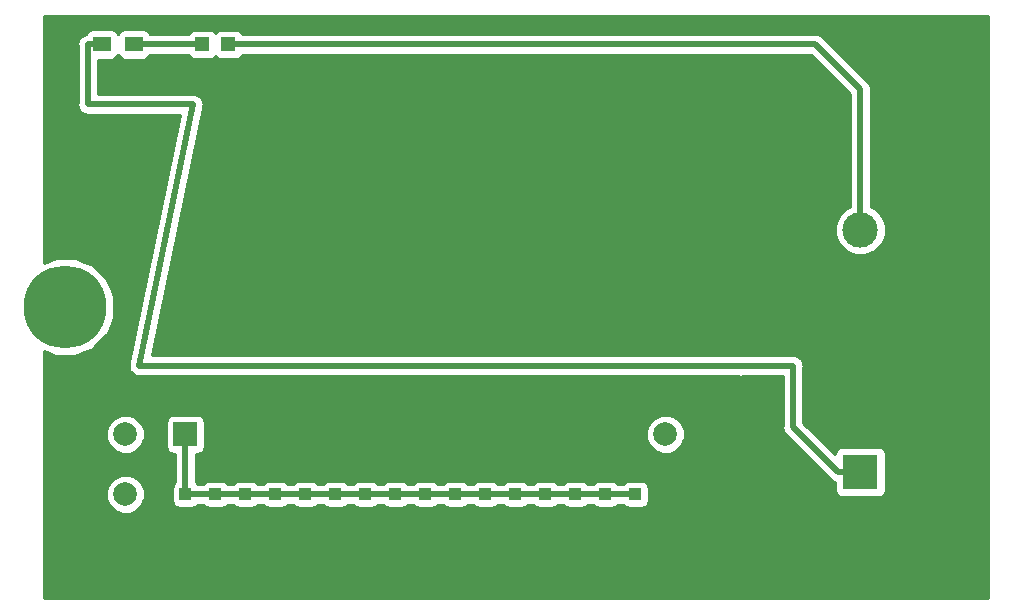
<source format=gtl>
G04 #@! TF.GenerationSoftware,KiCad,Pcbnew,(5.0.2)-1*
G04 #@! TF.CreationDate,2025-08-06T21:22:42+02:00*
G04 #@! TF.ProjectId,bsides_badge,62736964-6573-45f6-9261-6467652e6b69,v2*
G04 #@! TF.SameCoordinates,Original*
G04 #@! TF.FileFunction,Copper,L1,Top*
G04 #@! TF.FilePolarity,Positive*
%FSLAX46Y46*%
G04 Gerber Fmt 4.6, Leading zero omitted, Abs format (unit mm)*
G04 Created by KiCad (PCBNEW (5.0.2)-1) date 6. 08. 2025 21:22:42*
%MOMM*%
%LPD*%
G01*
G04 APERTURE LIST*
G04 #@! TA.AperFunction,SMDPad,CuDef*
%ADD10R,1.000000X1.000000*%
G04 #@! TD*
G04 #@! TA.AperFunction,SMDPad,CuDef*
%ADD11R,1.200000X1.200000*%
G04 #@! TD*
G04 #@! TA.AperFunction,SMDPad,CuDef*
%ADD12R,1.500000X1.300000*%
G04 #@! TD*
G04 #@! TA.AperFunction,ComponentPad*
%ADD13C,3.000000*%
G04 #@! TD*
G04 #@! TA.AperFunction,ComponentPad*
%ADD14R,3.000000X3.000000*%
G04 #@! TD*
G04 #@! TA.AperFunction,ComponentPad*
%ADD15C,7.000000*%
G04 #@! TD*
G04 #@! TA.AperFunction,SMDPad,CuDef*
%ADD16R,2.000000X2.000000*%
G04 #@! TD*
G04 #@! TA.AperFunction,WasherPad*
%ADD17C,2.000000*%
G04 #@! TD*
G04 #@! TA.AperFunction,Conductor*
%ADD18C,0.500000*%
G04 #@! TD*
G04 #@! TA.AperFunction,NonConductor*
%ADD19C,0.254000*%
G04 #@! TD*
G04 APERTURE END LIST*
D10*
G04 #@! TO.P,J1,1*
G04 #@! TO.N,Net-(J1-Pad1)*
X144145000Y-91440000D03*
G04 #@! TD*
G04 #@! TO.P,J1,1*
G04 #@! TO.N,Net-(J1-Pad1)*
X141605000Y-91440000D03*
G04 #@! TD*
G04 #@! TO.P,J1,1*
G04 #@! TO.N,Net-(J1-Pad1)*
X139065000Y-91440000D03*
G04 #@! TD*
G04 #@! TO.P,J1,1*
G04 #@! TO.N,Net-(J1-Pad1)*
X136525000Y-91440000D03*
G04 #@! TD*
G04 #@! TO.P,J1,1*
G04 #@! TO.N,Net-(J1-Pad1)*
X133985000Y-91440000D03*
G04 #@! TD*
G04 #@! TO.P,J1,1*
G04 #@! TO.N,Net-(J1-Pad1)*
X131445000Y-91440000D03*
G04 #@! TD*
G04 #@! TO.P,J1,1*
G04 #@! TO.N,Net-(J1-Pad1)*
X128905000Y-91440000D03*
G04 #@! TD*
G04 #@! TO.P,J1,1*
G04 #@! TO.N,Net-(J1-Pad1)*
X126365000Y-91440000D03*
G04 #@! TD*
G04 #@! TO.P,J1,1*
G04 #@! TO.N,Net-(J1-Pad1)*
X123825000Y-91440000D03*
G04 #@! TD*
G04 #@! TO.P,J1,1*
G04 #@! TO.N,Net-(J1-Pad1)*
X121285000Y-91440000D03*
G04 #@! TD*
G04 #@! TO.P,J1,1*
G04 #@! TO.N,Net-(J1-Pad1)*
X118745000Y-91440000D03*
G04 #@! TD*
G04 #@! TO.P,J1,1*
G04 #@! TO.N,Net-(J1-Pad1)*
X116205000Y-91440000D03*
G04 #@! TD*
G04 #@! TO.P,J1,1*
G04 #@! TO.N,Net-(J1-Pad1)*
X113665000Y-91440000D03*
G04 #@! TD*
G04 #@! TO.P,J1,1*
G04 #@! TO.N,Net-(J1-Pad1)*
X111125000Y-91440000D03*
G04 #@! TD*
G04 #@! TO.P,J1,1*
G04 #@! TO.N,Net-(J1-Pad1)*
X108585000Y-91440000D03*
G04 #@! TD*
D11*
G04 #@! TO.P,D1,2*
G04 #@! TO.N,Net-(D1-Pad2)*
X107485000Y-53340000D03*
G04 #@! TO.P,D1,1*
G04 #@! TO.N,Net-(BT1-Pad2)*
X109685000Y-53340000D03*
G04 #@! TD*
D12*
G04 #@! TO.P,R1,1*
G04 #@! TO.N,Net-(D1-Pad2)*
X101680000Y-53340000D03*
G04 #@! TO.P,R1,2*
G04 #@! TO.N,Net-(BT1-Pad1)*
X98980000Y-53340000D03*
G04 #@! TD*
D13*
G04 #@! TO.P,BT1,2*
G04 #@! TO.N,Net-(BT1-Pad2)*
X163195000Y-69045000D03*
D14*
G04 #@! TO.P,BT1,1*
G04 #@! TO.N,Net-(BT1-Pad1)*
X163195000Y-89535000D03*
G04 #@! TD*
D15*
G04 #@! TO.P,REF\002A\002A,1*
G04 #@! TO.N,N/C*
X95885000Y-75565000D03*
G04 #@! TD*
D16*
G04 #@! TO.P,J2,1*
G04 #@! TO.N,Net-(J1-Pad1)*
X106045000Y-86360000D03*
G04 #@! TD*
D10*
G04 #@! TO.P,J1,1*
G04 #@! TO.N,Net-(J1-Pad1)*
X106045000Y-91440000D03*
G04 #@! TD*
D17*
G04 #@! TO.P,REF\002A\002A,1*
G04 #@! TO.N,*
X100965000Y-91440000D03*
G04 #@! TD*
G04 #@! TO.P,REF\002A\002A,1*
G04 #@! TO.N,*
X100965000Y-86360000D03*
G04 #@! TD*
G04 #@! TO.P,REF\002A\002A,1*
G04 #@! TO.N,*
X146685000Y-86360000D03*
G04 #@! TD*
D18*
G04 #@! TO.N,Net-(BT1-Pad2)*
X163195000Y-64770000D02*
X163195000Y-57150000D01*
X109685000Y-53340000D02*
X151765000Y-53340000D01*
X163195000Y-64770000D02*
X163195000Y-69045000D01*
X159385000Y-53340000D02*
X151765000Y-53340000D01*
X163195000Y-57150000D02*
X159385000Y-53340000D01*
G04 #@! TO.N,Net-(BT1-Pad1)*
X157480000Y-84353400D02*
X157480000Y-85725000D01*
X163195000Y-89535000D02*
X161290000Y-89535000D01*
X157480000Y-80543400D02*
X157480000Y-84353400D01*
X157480000Y-80543400D02*
X153009600Y-80543400D01*
X157480000Y-85725000D02*
X161290000Y-89535000D01*
X151511000Y-80543400D02*
X153009600Y-80543400D01*
X102132351Y-80543400D02*
X106680000Y-58420000D01*
X151511000Y-80543400D02*
X102132351Y-80543400D01*
X103505000Y-58420000D02*
X97790000Y-58420000D01*
X97790000Y-58420000D02*
X97790000Y-53340000D01*
X98980000Y-53340000D02*
X97790000Y-53340000D01*
X106680000Y-58420000D02*
X103505000Y-58420000D01*
X153009600Y-80543400D02*
X153035000Y-80568800D01*
G04 #@! TO.N,Net-(D1-Pad2)*
X107485000Y-53340000D02*
X101680000Y-53340000D01*
G04 #@! TO.N,Net-(J1-Pad1)*
X106045000Y-86360000D02*
X106045000Y-91440000D01*
X106045000Y-91440000D02*
X108585000Y-91440000D01*
X108585000Y-91440000D02*
X111125000Y-91440000D01*
X111125000Y-91440000D02*
X113665000Y-91440000D01*
X113665000Y-91440000D02*
X116205000Y-91440000D01*
X116205000Y-91440000D02*
X118745000Y-91440000D01*
X118745000Y-91440000D02*
X121285000Y-91440000D01*
X121285000Y-91440000D02*
X123825000Y-91440000D01*
X123825000Y-91440000D02*
X126365000Y-91440000D01*
X126365000Y-91440000D02*
X128905000Y-91440000D01*
X128905000Y-91440000D02*
X131445000Y-91440000D01*
X131445000Y-91440000D02*
X133985000Y-91440000D01*
X133985000Y-91440000D02*
X136525000Y-91440000D01*
X136525000Y-91440000D02*
X139065000Y-91440000D01*
X139065000Y-91440000D02*
X141605000Y-91440000D01*
X141605000Y-91440000D02*
X144145000Y-91440000D01*
G04 #@! TD*
D19*
G36*
X173973000Y-100203000D02*
X94107000Y-100203000D01*
X94107000Y-91175461D01*
X99319092Y-91175461D01*
X99330000Y-91470247D01*
X99330000Y-91765222D01*
X99341986Y-91794158D01*
X99343144Y-91825460D01*
X99545613Y-92314264D01*
X99559556Y-92319419D01*
X99578914Y-92366153D01*
X100038847Y-92826086D01*
X100085581Y-92845444D01*
X100090736Y-92859387D01*
X100367263Y-92962120D01*
X100639778Y-93075000D01*
X100671100Y-93075000D01*
X100700461Y-93085908D01*
X100995247Y-93075000D01*
X101290222Y-93075000D01*
X101319158Y-93063014D01*
X101350460Y-93061856D01*
X101839264Y-92859387D01*
X101844419Y-92845444D01*
X101891153Y-92826086D01*
X102351086Y-92366153D01*
X102370444Y-92319419D01*
X102384387Y-92314264D01*
X102487120Y-92037737D01*
X102600000Y-91765222D01*
X102600000Y-91733900D01*
X102610908Y-91704539D01*
X102600000Y-91409753D01*
X102600000Y-91114778D01*
X102588014Y-91085842D01*
X102586856Y-91054540D01*
X102384387Y-90565736D01*
X102370444Y-90560581D01*
X102351086Y-90513847D01*
X101891153Y-90053914D01*
X101844419Y-90034556D01*
X101839264Y-90020613D01*
X101562737Y-89917880D01*
X101290222Y-89805000D01*
X101258900Y-89805000D01*
X101229539Y-89794092D01*
X100934753Y-89805000D01*
X100639778Y-89805000D01*
X100610842Y-89816986D01*
X100579540Y-89818144D01*
X100090736Y-90020613D01*
X100085581Y-90034556D01*
X100038847Y-90053914D01*
X99578914Y-90513847D01*
X99559556Y-90560581D01*
X99545613Y-90565736D01*
X99442880Y-90842263D01*
X99330000Y-91114778D01*
X99330000Y-91146100D01*
X99319092Y-91175461D01*
X94107000Y-91175461D01*
X94107000Y-86095461D01*
X99319092Y-86095461D01*
X99330000Y-86390247D01*
X99330000Y-86685222D01*
X99341986Y-86714158D01*
X99343144Y-86745460D01*
X99545613Y-87234264D01*
X99559556Y-87239419D01*
X99578914Y-87286153D01*
X100038847Y-87746086D01*
X100085581Y-87765444D01*
X100090736Y-87779387D01*
X100367263Y-87882120D01*
X100639778Y-87995000D01*
X100671100Y-87995000D01*
X100700461Y-88005908D01*
X100995247Y-87995000D01*
X101290222Y-87995000D01*
X101319158Y-87983014D01*
X101350460Y-87981856D01*
X101839264Y-87779387D01*
X101844419Y-87765444D01*
X101891153Y-87746086D01*
X102351086Y-87286153D01*
X102370444Y-87239419D01*
X102384387Y-87234264D01*
X102487120Y-86957737D01*
X102600000Y-86685222D01*
X102600000Y-86653900D01*
X102610908Y-86624539D01*
X102600000Y-86329753D01*
X102600000Y-86034778D01*
X102588014Y-86005842D01*
X102586856Y-85974540D01*
X102384387Y-85485736D01*
X102370444Y-85480581D01*
X102351086Y-85433847D01*
X102277239Y-85360000D01*
X104397560Y-85360000D01*
X104397560Y-87360000D01*
X104446843Y-87607765D01*
X104587191Y-87817809D01*
X104797235Y-87958157D01*
X105045000Y-88007440D01*
X105160000Y-88007440D01*
X105160001Y-90433541D01*
X105087191Y-90482191D01*
X104946843Y-90692235D01*
X104897560Y-90940000D01*
X104897560Y-91940000D01*
X104946843Y-92187765D01*
X105087191Y-92397809D01*
X105297235Y-92538157D01*
X105545000Y-92587440D01*
X106545000Y-92587440D01*
X106792765Y-92538157D01*
X107002809Y-92397809D01*
X107051459Y-92325000D01*
X107578541Y-92325000D01*
X107627191Y-92397809D01*
X107837235Y-92538157D01*
X108085000Y-92587440D01*
X109085000Y-92587440D01*
X109332765Y-92538157D01*
X109542809Y-92397809D01*
X109591459Y-92325000D01*
X110118541Y-92325000D01*
X110167191Y-92397809D01*
X110377235Y-92538157D01*
X110625000Y-92587440D01*
X111625000Y-92587440D01*
X111872765Y-92538157D01*
X112082809Y-92397809D01*
X112131459Y-92325000D01*
X112658541Y-92325000D01*
X112707191Y-92397809D01*
X112917235Y-92538157D01*
X113165000Y-92587440D01*
X114165000Y-92587440D01*
X114412765Y-92538157D01*
X114622809Y-92397809D01*
X114671459Y-92325000D01*
X115198541Y-92325000D01*
X115247191Y-92397809D01*
X115457235Y-92538157D01*
X115705000Y-92587440D01*
X116705000Y-92587440D01*
X116952765Y-92538157D01*
X117162809Y-92397809D01*
X117211459Y-92325000D01*
X117738541Y-92325000D01*
X117787191Y-92397809D01*
X117997235Y-92538157D01*
X118245000Y-92587440D01*
X119245000Y-92587440D01*
X119492765Y-92538157D01*
X119702809Y-92397809D01*
X119751459Y-92325000D01*
X120278541Y-92325000D01*
X120327191Y-92397809D01*
X120537235Y-92538157D01*
X120785000Y-92587440D01*
X121785000Y-92587440D01*
X122032765Y-92538157D01*
X122242809Y-92397809D01*
X122291459Y-92325000D01*
X122818541Y-92325000D01*
X122867191Y-92397809D01*
X123077235Y-92538157D01*
X123325000Y-92587440D01*
X124325000Y-92587440D01*
X124572765Y-92538157D01*
X124782809Y-92397809D01*
X124831459Y-92325000D01*
X125358541Y-92325000D01*
X125407191Y-92397809D01*
X125617235Y-92538157D01*
X125865000Y-92587440D01*
X126865000Y-92587440D01*
X127112765Y-92538157D01*
X127322809Y-92397809D01*
X127371459Y-92325000D01*
X127898541Y-92325000D01*
X127947191Y-92397809D01*
X128157235Y-92538157D01*
X128405000Y-92587440D01*
X129405000Y-92587440D01*
X129652765Y-92538157D01*
X129862809Y-92397809D01*
X129911459Y-92325000D01*
X130438541Y-92325000D01*
X130487191Y-92397809D01*
X130697235Y-92538157D01*
X130945000Y-92587440D01*
X131945000Y-92587440D01*
X132192765Y-92538157D01*
X132402809Y-92397809D01*
X132451459Y-92325000D01*
X132978541Y-92325000D01*
X133027191Y-92397809D01*
X133237235Y-92538157D01*
X133485000Y-92587440D01*
X134485000Y-92587440D01*
X134732765Y-92538157D01*
X134942809Y-92397809D01*
X134991459Y-92325000D01*
X135518541Y-92325000D01*
X135567191Y-92397809D01*
X135777235Y-92538157D01*
X136025000Y-92587440D01*
X137025000Y-92587440D01*
X137272765Y-92538157D01*
X137482809Y-92397809D01*
X137531459Y-92325000D01*
X138058541Y-92325000D01*
X138107191Y-92397809D01*
X138317235Y-92538157D01*
X138565000Y-92587440D01*
X139565000Y-92587440D01*
X139812765Y-92538157D01*
X140022809Y-92397809D01*
X140071459Y-92325000D01*
X140598541Y-92325000D01*
X140647191Y-92397809D01*
X140857235Y-92538157D01*
X141105000Y-92587440D01*
X142105000Y-92587440D01*
X142352765Y-92538157D01*
X142562809Y-92397809D01*
X142611459Y-92325000D01*
X143138541Y-92325000D01*
X143187191Y-92397809D01*
X143397235Y-92538157D01*
X143645000Y-92587440D01*
X144645000Y-92587440D01*
X144892765Y-92538157D01*
X145102809Y-92397809D01*
X145243157Y-92187765D01*
X145292440Y-91940000D01*
X145292440Y-90940000D01*
X145243157Y-90692235D01*
X145102809Y-90482191D01*
X144892765Y-90341843D01*
X144645000Y-90292560D01*
X143645000Y-90292560D01*
X143397235Y-90341843D01*
X143187191Y-90482191D01*
X143138541Y-90555000D01*
X142611459Y-90555000D01*
X142562809Y-90482191D01*
X142352765Y-90341843D01*
X142105000Y-90292560D01*
X141105000Y-90292560D01*
X140857235Y-90341843D01*
X140647191Y-90482191D01*
X140598541Y-90555000D01*
X140071459Y-90555000D01*
X140022809Y-90482191D01*
X139812765Y-90341843D01*
X139565000Y-90292560D01*
X138565000Y-90292560D01*
X138317235Y-90341843D01*
X138107191Y-90482191D01*
X138058541Y-90555000D01*
X137531459Y-90555000D01*
X137482809Y-90482191D01*
X137272765Y-90341843D01*
X137025000Y-90292560D01*
X136025000Y-90292560D01*
X135777235Y-90341843D01*
X135567191Y-90482191D01*
X135518541Y-90555000D01*
X134991459Y-90555000D01*
X134942809Y-90482191D01*
X134732765Y-90341843D01*
X134485000Y-90292560D01*
X133485000Y-90292560D01*
X133237235Y-90341843D01*
X133027191Y-90482191D01*
X132978541Y-90555000D01*
X132451459Y-90555000D01*
X132402809Y-90482191D01*
X132192765Y-90341843D01*
X131945000Y-90292560D01*
X130945000Y-90292560D01*
X130697235Y-90341843D01*
X130487191Y-90482191D01*
X130438541Y-90555000D01*
X129911459Y-90555000D01*
X129862809Y-90482191D01*
X129652765Y-90341843D01*
X129405000Y-90292560D01*
X128405000Y-90292560D01*
X128157235Y-90341843D01*
X127947191Y-90482191D01*
X127898541Y-90555000D01*
X127371459Y-90555000D01*
X127322809Y-90482191D01*
X127112765Y-90341843D01*
X126865000Y-90292560D01*
X125865000Y-90292560D01*
X125617235Y-90341843D01*
X125407191Y-90482191D01*
X125358541Y-90555000D01*
X124831459Y-90555000D01*
X124782809Y-90482191D01*
X124572765Y-90341843D01*
X124325000Y-90292560D01*
X123325000Y-90292560D01*
X123077235Y-90341843D01*
X122867191Y-90482191D01*
X122818541Y-90555000D01*
X122291459Y-90555000D01*
X122242809Y-90482191D01*
X122032765Y-90341843D01*
X121785000Y-90292560D01*
X120785000Y-90292560D01*
X120537235Y-90341843D01*
X120327191Y-90482191D01*
X120278541Y-90555000D01*
X119751459Y-90555000D01*
X119702809Y-90482191D01*
X119492765Y-90341843D01*
X119245000Y-90292560D01*
X118245000Y-90292560D01*
X117997235Y-90341843D01*
X117787191Y-90482191D01*
X117738541Y-90555000D01*
X117211459Y-90555000D01*
X117162809Y-90482191D01*
X116952765Y-90341843D01*
X116705000Y-90292560D01*
X115705000Y-90292560D01*
X115457235Y-90341843D01*
X115247191Y-90482191D01*
X115198541Y-90555000D01*
X114671459Y-90555000D01*
X114622809Y-90482191D01*
X114412765Y-90341843D01*
X114165000Y-90292560D01*
X113165000Y-90292560D01*
X112917235Y-90341843D01*
X112707191Y-90482191D01*
X112658541Y-90555000D01*
X112131459Y-90555000D01*
X112082809Y-90482191D01*
X111872765Y-90341843D01*
X111625000Y-90292560D01*
X110625000Y-90292560D01*
X110377235Y-90341843D01*
X110167191Y-90482191D01*
X110118541Y-90555000D01*
X109591459Y-90555000D01*
X109542809Y-90482191D01*
X109332765Y-90341843D01*
X109085000Y-90292560D01*
X108085000Y-90292560D01*
X107837235Y-90341843D01*
X107627191Y-90482191D01*
X107578541Y-90555000D01*
X107051459Y-90555000D01*
X107002809Y-90482191D01*
X106930000Y-90433541D01*
X106930000Y-88007440D01*
X107045000Y-88007440D01*
X107292765Y-87958157D01*
X107502809Y-87817809D01*
X107643157Y-87607765D01*
X107692440Y-87360000D01*
X107692440Y-86095461D01*
X145039092Y-86095461D01*
X145050000Y-86390247D01*
X145050000Y-86685222D01*
X145061986Y-86714158D01*
X145063144Y-86745460D01*
X145265613Y-87234264D01*
X145279556Y-87239419D01*
X145298914Y-87286153D01*
X145758847Y-87746086D01*
X145805581Y-87765444D01*
X145810736Y-87779387D01*
X146087263Y-87882120D01*
X146359778Y-87995000D01*
X146391100Y-87995000D01*
X146420461Y-88005908D01*
X146715247Y-87995000D01*
X147010222Y-87995000D01*
X147039158Y-87983014D01*
X147070460Y-87981856D01*
X147559264Y-87779387D01*
X147564419Y-87765444D01*
X147611153Y-87746086D01*
X148071086Y-87286153D01*
X148090444Y-87239419D01*
X148104387Y-87234264D01*
X148207120Y-86957737D01*
X148320000Y-86685222D01*
X148320000Y-86653900D01*
X148330908Y-86624539D01*
X148320000Y-86329753D01*
X148320000Y-86034778D01*
X148308014Y-86005842D01*
X148306856Y-85974540D01*
X148104387Y-85485736D01*
X148090444Y-85480581D01*
X148071086Y-85433847D01*
X147611153Y-84973914D01*
X147564419Y-84954556D01*
X147559264Y-84940613D01*
X147282737Y-84837880D01*
X147010222Y-84725000D01*
X146978900Y-84725000D01*
X146949539Y-84714092D01*
X146654753Y-84725000D01*
X146359778Y-84725000D01*
X146330842Y-84736986D01*
X146299540Y-84738144D01*
X145810736Y-84940613D01*
X145805581Y-84954556D01*
X145758847Y-84973914D01*
X145298914Y-85433847D01*
X145279556Y-85480581D01*
X145265613Y-85485736D01*
X145162880Y-85762263D01*
X145050000Y-86034778D01*
X145050000Y-86066100D01*
X145039092Y-86095461D01*
X107692440Y-86095461D01*
X107692440Y-85360000D01*
X107643157Y-85112235D01*
X107502809Y-84902191D01*
X107292765Y-84761843D01*
X107045000Y-84712560D01*
X105045000Y-84712560D01*
X104797235Y-84761843D01*
X104587191Y-84902191D01*
X104446843Y-85112235D01*
X104397560Y-85360000D01*
X102277239Y-85360000D01*
X101891153Y-84973914D01*
X101844419Y-84954556D01*
X101839264Y-84940613D01*
X101562737Y-84837880D01*
X101290222Y-84725000D01*
X101258900Y-84725000D01*
X101229539Y-84714092D01*
X100934753Y-84725000D01*
X100639778Y-84725000D01*
X100610842Y-84736986D01*
X100579540Y-84738144D01*
X100090736Y-84940613D01*
X100085581Y-84954556D01*
X100038847Y-84973914D01*
X99578914Y-85433847D01*
X99559556Y-85480581D01*
X99545613Y-85485736D01*
X99442880Y-85762263D01*
X99330000Y-86034778D01*
X99330000Y-86066100D01*
X99319092Y-86095461D01*
X94107000Y-86095461D01*
X94107000Y-79304219D01*
X94285170Y-79378020D01*
X95024730Y-79692307D01*
X95044358Y-79692486D01*
X95062497Y-79700000D01*
X95866175Y-79700000D01*
X96669666Y-79707346D01*
X96687870Y-79700000D01*
X96707503Y-79700000D01*
X97449935Y-79392474D01*
X98195145Y-79091750D01*
X98226458Y-79070827D01*
X98227289Y-79070483D01*
X98227925Y-79069847D01*
X98259238Y-79048924D01*
X98293280Y-79004492D01*
X99324492Y-77973280D01*
X99368924Y-77939238D01*
X99376602Y-77921170D01*
X99390483Y-77907289D01*
X99698020Y-77164830D01*
X100012307Y-76425270D01*
X100012486Y-76405642D01*
X100020000Y-76387503D01*
X100020000Y-75583825D01*
X100027346Y-74780334D01*
X100020000Y-74762130D01*
X100020000Y-74742497D01*
X99712474Y-74000065D01*
X99411750Y-73254855D01*
X99390827Y-73223542D01*
X99390483Y-73222711D01*
X99389847Y-73222075D01*
X99368924Y-73190762D01*
X99324492Y-73156720D01*
X98293280Y-72125508D01*
X98259238Y-72081076D01*
X98241170Y-72073398D01*
X98227289Y-72059517D01*
X97484830Y-71751980D01*
X96745270Y-71437693D01*
X96725642Y-71437514D01*
X96707503Y-71430000D01*
X95903825Y-71430000D01*
X95100334Y-71422654D01*
X95082130Y-71430000D01*
X95062497Y-71430000D01*
X94320065Y-71737526D01*
X94107000Y-71823507D01*
X94107000Y-53340000D01*
X96887662Y-53340000D01*
X96905001Y-53427169D01*
X96905000Y-58332835D01*
X96887662Y-58420000D01*
X96956348Y-58765310D01*
X97151951Y-59058049D01*
X97444690Y-59253652D01*
X97790000Y-59322338D01*
X97877164Y-59305000D01*
X105594576Y-59305000D01*
X101300331Y-80195648D01*
X101298699Y-80198090D01*
X101264889Y-80368065D01*
X101247926Y-80450587D01*
X101247908Y-80453436D01*
X101230013Y-80543400D01*
X101246794Y-80627766D01*
X101246245Y-80713783D01*
X101280804Y-80798745D01*
X101298699Y-80888710D01*
X101346492Y-80960237D01*
X101378900Y-81039911D01*
X101443340Y-81105180D01*
X101494302Y-81181449D01*
X101565826Y-81229240D01*
X101626259Y-81290450D01*
X101710771Y-81326090D01*
X101787041Y-81377052D01*
X101871413Y-81393835D01*
X101950667Y-81427257D01*
X102042385Y-81427843D01*
X102045186Y-81428400D01*
X102129597Y-81428400D01*
X102302734Y-81429506D01*
X102305453Y-81428400D01*
X152820142Y-81428400D01*
X153034999Y-81471137D01*
X153249857Y-81428400D01*
X156595000Y-81428400D01*
X156595001Y-84266231D01*
X156595000Y-84266236D01*
X156595001Y-85637835D01*
X156577663Y-85725000D01*
X156646348Y-86070309D01*
X156792576Y-86289154D01*
X156792578Y-86289156D01*
X156841952Y-86363049D01*
X156915845Y-86412423D01*
X160602577Y-90099156D01*
X160651951Y-90173049D01*
X160725844Y-90222423D01*
X160725845Y-90222424D01*
X160823190Y-90287468D01*
X160944690Y-90368652D01*
X161047560Y-90389114D01*
X161047560Y-91035000D01*
X161096843Y-91282765D01*
X161237191Y-91492809D01*
X161447235Y-91633157D01*
X161695000Y-91682440D01*
X164695000Y-91682440D01*
X164942765Y-91633157D01*
X165152809Y-91492809D01*
X165293157Y-91282765D01*
X165342440Y-91035000D01*
X165342440Y-88035000D01*
X165293157Y-87787235D01*
X165152809Y-87577191D01*
X164942765Y-87436843D01*
X164695000Y-87387560D01*
X161695000Y-87387560D01*
X161447235Y-87436843D01*
X161237191Y-87577191D01*
X161096843Y-87787235D01*
X161047560Y-88035000D01*
X161047560Y-88040981D01*
X158365000Y-85358422D01*
X158365000Y-80630565D01*
X158382338Y-80543400D01*
X158363877Y-80450587D01*
X158313652Y-80198090D01*
X158118049Y-79905351D01*
X158044154Y-79855976D01*
X157825310Y-79709748D01*
X157567165Y-79658400D01*
X157567164Y-79658400D01*
X157480000Y-79641062D01*
X157392835Y-79658400D01*
X153096761Y-79658400D01*
X153009600Y-79641063D01*
X152922439Y-79658400D01*
X103217774Y-79658400D01*
X107512020Y-58767752D01*
X107513652Y-58765310D01*
X107547456Y-58595366D01*
X107564425Y-58512814D01*
X107564443Y-58509964D01*
X107582338Y-58420000D01*
X107565557Y-58335634D01*
X107566106Y-58249617D01*
X107531547Y-58164655D01*
X107513652Y-58074690D01*
X107465859Y-58003163D01*
X107433451Y-57923489D01*
X107369010Y-57858220D01*
X107318049Y-57781951D01*
X107246527Y-57734161D01*
X107186092Y-57672949D01*
X107101576Y-57637307D01*
X107025310Y-57586348D01*
X106940943Y-57569566D01*
X106861684Y-57536142D01*
X106769962Y-57535556D01*
X106767165Y-57535000D01*
X106682831Y-57535000D01*
X106509616Y-57533894D01*
X106506897Y-57535000D01*
X98675000Y-57535000D01*
X98675000Y-54637440D01*
X99730000Y-54637440D01*
X99977765Y-54588157D01*
X100187809Y-54447809D01*
X100328157Y-54237765D01*
X100330000Y-54228500D01*
X100331843Y-54237765D01*
X100472191Y-54447809D01*
X100682235Y-54588157D01*
X100930000Y-54637440D01*
X102430000Y-54637440D01*
X102677765Y-54588157D01*
X102887809Y-54447809D01*
X103028157Y-54237765D01*
X103030696Y-54225000D01*
X106311723Y-54225000D01*
X106427191Y-54397809D01*
X106637235Y-54538157D01*
X106885000Y-54587440D01*
X108085000Y-54587440D01*
X108332765Y-54538157D01*
X108542809Y-54397809D01*
X108585000Y-54334666D01*
X108627191Y-54397809D01*
X108837235Y-54538157D01*
X109085000Y-54587440D01*
X110285000Y-54587440D01*
X110532765Y-54538157D01*
X110742809Y-54397809D01*
X110858277Y-54225000D01*
X159018422Y-54225000D01*
X162310001Y-57516580D01*
X162310000Y-64682835D01*
X162310000Y-64682836D01*
X162310001Y-67100671D01*
X161985620Y-67235034D01*
X161385034Y-67835620D01*
X161060000Y-68620322D01*
X161060000Y-69469678D01*
X161385034Y-70254380D01*
X161985620Y-70854966D01*
X162770322Y-71180000D01*
X163619678Y-71180000D01*
X164404380Y-70854966D01*
X165004966Y-70254380D01*
X165330000Y-69469678D01*
X165330000Y-68620322D01*
X165004966Y-67835620D01*
X164404380Y-67235034D01*
X164080000Y-67100671D01*
X164080000Y-57237161D01*
X164097337Y-57150000D01*
X164080000Y-57062839D01*
X164080000Y-57062835D01*
X164028652Y-56804690D01*
X163833049Y-56511951D01*
X163759156Y-56462577D01*
X160072425Y-52775847D01*
X160023049Y-52701951D01*
X159730310Y-52506348D01*
X159472165Y-52455000D01*
X159472161Y-52455000D01*
X159385000Y-52437663D01*
X159297839Y-52455000D01*
X110858277Y-52455000D01*
X110742809Y-52282191D01*
X110532765Y-52141843D01*
X110285000Y-52092560D01*
X109085000Y-52092560D01*
X108837235Y-52141843D01*
X108627191Y-52282191D01*
X108585000Y-52345334D01*
X108542809Y-52282191D01*
X108332765Y-52141843D01*
X108085000Y-52092560D01*
X106885000Y-52092560D01*
X106637235Y-52141843D01*
X106427191Y-52282191D01*
X106311723Y-52455000D01*
X103030696Y-52455000D01*
X103028157Y-52442235D01*
X102887809Y-52232191D01*
X102677765Y-52091843D01*
X102430000Y-52042560D01*
X100930000Y-52042560D01*
X100682235Y-52091843D01*
X100472191Y-52232191D01*
X100331843Y-52442235D01*
X100330000Y-52451500D01*
X100328157Y-52442235D01*
X100187809Y-52232191D01*
X99977765Y-52091843D01*
X99730000Y-52042560D01*
X98230000Y-52042560D01*
X97982235Y-52091843D01*
X97772191Y-52232191D01*
X97631843Y-52442235D01*
X97626275Y-52470229D01*
X97444690Y-52506348D01*
X97151951Y-52701951D01*
X96956348Y-52994690D01*
X96887662Y-53340000D01*
X94107000Y-53340000D01*
X94107000Y-50927000D01*
X173973000Y-50927000D01*
X173973000Y-100203000D01*
X173973000Y-100203000D01*
G37*
X173973000Y-100203000D02*
X94107000Y-100203000D01*
X94107000Y-91175461D01*
X99319092Y-91175461D01*
X99330000Y-91470247D01*
X99330000Y-91765222D01*
X99341986Y-91794158D01*
X99343144Y-91825460D01*
X99545613Y-92314264D01*
X99559556Y-92319419D01*
X99578914Y-92366153D01*
X100038847Y-92826086D01*
X100085581Y-92845444D01*
X100090736Y-92859387D01*
X100367263Y-92962120D01*
X100639778Y-93075000D01*
X100671100Y-93075000D01*
X100700461Y-93085908D01*
X100995247Y-93075000D01*
X101290222Y-93075000D01*
X101319158Y-93063014D01*
X101350460Y-93061856D01*
X101839264Y-92859387D01*
X101844419Y-92845444D01*
X101891153Y-92826086D01*
X102351086Y-92366153D01*
X102370444Y-92319419D01*
X102384387Y-92314264D01*
X102487120Y-92037737D01*
X102600000Y-91765222D01*
X102600000Y-91733900D01*
X102610908Y-91704539D01*
X102600000Y-91409753D01*
X102600000Y-91114778D01*
X102588014Y-91085842D01*
X102586856Y-91054540D01*
X102384387Y-90565736D01*
X102370444Y-90560581D01*
X102351086Y-90513847D01*
X101891153Y-90053914D01*
X101844419Y-90034556D01*
X101839264Y-90020613D01*
X101562737Y-89917880D01*
X101290222Y-89805000D01*
X101258900Y-89805000D01*
X101229539Y-89794092D01*
X100934753Y-89805000D01*
X100639778Y-89805000D01*
X100610842Y-89816986D01*
X100579540Y-89818144D01*
X100090736Y-90020613D01*
X100085581Y-90034556D01*
X100038847Y-90053914D01*
X99578914Y-90513847D01*
X99559556Y-90560581D01*
X99545613Y-90565736D01*
X99442880Y-90842263D01*
X99330000Y-91114778D01*
X99330000Y-91146100D01*
X99319092Y-91175461D01*
X94107000Y-91175461D01*
X94107000Y-86095461D01*
X99319092Y-86095461D01*
X99330000Y-86390247D01*
X99330000Y-86685222D01*
X99341986Y-86714158D01*
X99343144Y-86745460D01*
X99545613Y-87234264D01*
X99559556Y-87239419D01*
X99578914Y-87286153D01*
X100038847Y-87746086D01*
X100085581Y-87765444D01*
X100090736Y-87779387D01*
X100367263Y-87882120D01*
X100639778Y-87995000D01*
X100671100Y-87995000D01*
X100700461Y-88005908D01*
X100995247Y-87995000D01*
X101290222Y-87995000D01*
X101319158Y-87983014D01*
X101350460Y-87981856D01*
X101839264Y-87779387D01*
X101844419Y-87765444D01*
X101891153Y-87746086D01*
X102351086Y-87286153D01*
X102370444Y-87239419D01*
X102384387Y-87234264D01*
X102487120Y-86957737D01*
X102600000Y-86685222D01*
X102600000Y-86653900D01*
X102610908Y-86624539D01*
X102600000Y-86329753D01*
X102600000Y-86034778D01*
X102588014Y-86005842D01*
X102586856Y-85974540D01*
X102384387Y-85485736D01*
X102370444Y-85480581D01*
X102351086Y-85433847D01*
X102277239Y-85360000D01*
X104397560Y-85360000D01*
X104397560Y-87360000D01*
X104446843Y-87607765D01*
X104587191Y-87817809D01*
X104797235Y-87958157D01*
X105045000Y-88007440D01*
X105160000Y-88007440D01*
X105160001Y-90433541D01*
X105087191Y-90482191D01*
X104946843Y-90692235D01*
X104897560Y-90940000D01*
X104897560Y-91940000D01*
X104946843Y-92187765D01*
X105087191Y-92397809D01*
X105297235Y-92538157D01*
X105545000Y-92587440D01*
X106545000Y-92587440D01*
X106792765Y-92538157D01*
X107002809Y-92397809D01*
X107051459Y-92325000D01*
X107578541Y-92325000D01*
X107627191Y-92397809D01*
X107837235Y-92538157D01*
X108085000Y-92587440D01*
X109085000Y-92587440D01*
X109332765Y-92538157D01*
X109542809Y-92397809D01*
X109591459Y-92325000D01*
X110118541Y-92325000D01*
X110167191Y-92397809D01*
X110377235Y-92538157D01*
X110625000Y-92587440D01*
X111625000Y-92587440D01*
X111872765Y-92538157D01*
X112082809Y-92397809D01*
X112131459Y-92325000D01*
X112658541Y-92325000D01*
X112707191Y-92397809D01*
X112917235Y-92538157D01*
X113165000Y-92587440D01*
X114165000Y-92587440D01*
X114412765Y-92538157D01*
X114622809Y-92397809D01*
X114671459Y-92325000D01*
X115198541Y-92325000D01*
X115247191Y-92397809D01*
X115457235Y-92538157D01*
X115705000Y-92587440D01*
X116705000Y-92587440D01*
X116952765Y-92538157D01*
X117162809Y-92397809D01*
X117211459Y-92325000D01*
X117738541Y-92325000D01*
X117787191Y-92397809D01*
X117997235Y-92538157D01*
X118245000Y-92587440D01*
X119245000Y-92587440D01*
X119492765Y-92538157D01*
X119702809Y-92397809D01*
X119751459Y-92325000D01*
X120278541Y-92325000D01*
X120327191Y-92397809D01*
X120537235Y-92538157D01*
X120785000Y-92587440D01*
X121785000Y-92587440D01*
X122032765Y-92538157D01*
X122242809Y-92397809D01*
X122291459Y-92325000D01*
X122818541Y-92325000D01*
X122867191Y-92397809D01*
X123077235Y-92538157D01*
X123325000Y-92587440D01*
X124325000Y-92587440D01*
X124572765Y-92538157D01*
X124782809Y-92397809D01*
X124831459Y-92325000D01*
X125358541Y-92325000D01*
X125407191Y-92397809D01*
X125617235Y-92538157D01*
X125865000Y-92587440D01*
X126865000Y-92587440D01*
X127112765Y-92538157D01*
X127322809Y-92397809D01*
X127371459Y-92325000D01*
X127898541Y-92325000D01*
X127947191Y-92397809D01*
X128157235Y-92538157D01*
X128405000Y-92587440D01*
X129405000Y-92587440D01*
X129652765Y-92538157D01*
X129862809Y-92397809D01*
X129911459Y-92325000D01*
X130438541Y-92325000D01*
X130487191Y-92397809D01*
X130697235Y-92538157D01*
X130945000Y-92587440D01*
X131945000Y-92587440D01*
X132192765Y-92538157D01*
X132402809Y-92397809D01*
X132451459Y-92325000D01*
X132978541Y-92325000D01*
X133027191Y-92397809D01*
X133237235Y-92538157D01*
X133485000Y-92587440D01*
X134485000Y-92587440D01*
X134732765Y-92538157D01*
X134942809Y-92397809D01*
X134991459Y-92325000D01*
X135518541Y-92325000D01*
X135567191Y-92397809D01*
X135777235Y-92538157D01*
X136025000Y-92587440D01*
X137025000Y-92587440D01*
X137272765Y-92538157D01*
X137482809Y-92397809D01*
X137531459Y-92325000D01*
X138058541Y-92325000D01*
X138107191Y-92397809D01*
X138317235Y-92538157D01*
X138565000Y-92587440D01*
X139565000Y-92587440D01*
X139812765Y-92538157D01*
X140022809Y-92397809D01*
X140071459Y-92325000D01*
X140598541Y-92325000D01*
X140647191Y-92397809D01*
X140857235Y-92538157D01*
X141105000Y-92587440D01*
X142105000Y-92587440D01*
X142352765Y-92538157D01*
X142562809Y-92397809D01*
X142611459Y-92325000D01*
X143138541Y-92325000D01*
X143187191Y-92397809D01*
X143397235Y-92538157D01*
X143645000Y-92587440D01*
X144645000Y-92587440D01*
X144892765Y-92538157D01*
X145102809Y-92397809D01*
X145243157Y-92187765D01*
X145292440Y-91940000D01*
X145292440Y-90940000D01*
X145243157Y-90692235D01*
X145102809Y-90482191D01*
X144892765Y-90341843D01*
X144645000Y-90292560D01*
X143645000Y-90292560D01*
X143397235Y-90341843D01*
X143187191Y-90482191D01*
X143138541Y-90555000D01*
X142611459Y-90555000D01*
X142562809Y-90482191D01*
X142352765Y-90341843D01*
X142105000Y-90292560D01*
X141105000Y-90292560D01*
X140857235Y-90341843D01*
X140647191Y-90482191D01*
X140598541Y-90555000D01*
X140071459Y-90555000D01*
X140022809Y-90482191D01*
X139812765Y-90341843D01*
X139565000Y-90292560D01*
X138565000Y-90292560D01*
X138317235Y-90341843D01*
X138107191Y-90482191D01*
X138058541Y-90555000D01*
X137531459Y-90555000D01*
X137482809Y-90482191D01*
X137272765Y-90341843D01*
X137025000Y-90292560D01*
X136025000Y-90292560D01*
X135777235Y-90341843D01*
X135567191Y-90482191D01*
X135518541Y-90555000D01*
X134991459Y-90555000D01*
X134942809Y-90482191D01*
X134732765Y-90341843D01*
X134485000Y-90292560D01*
X133485000Y-90292560D01*
X133237235Y-90341843D01*
X133027191Y-90482191D01*
X132978541Y-90555000D01*
X132451459Y-90555000D01*
X132402809Y-90482191D01*
X132192765Y-90341843D01*
X131945000Y-90292560D01*
X130945000Y-90292560D01*
X130697235Y-90341843D01*
X130487191Y-90482191D01*
X130438541Y-90555000D01*
X129911459Y-90555000D01*
X129862809Y-90482191D01*
X129652765Y-90341843D01*
X129405000Y-90292560D01*
X128405000Y-90292560D01*
X128157235Y-90341843D01*
X127947191Y-90482191D01*
X127898541Y-90555000D01*
X127371459Y-90555000D01*
X127322809Y-90482191D01*
X127112765Y-90341843D01*
X126865000Y-90292560D01*
X125865000Y-90292560D01*
X125617235Y-90341843D01*
X125407191Y-90482191D01*
X125358541Y-90555000D01*
X124831459Y-90555000D01*
X124782809Y-90482191D01*
X124572765Y-90341843D01*
X124325000Y-90292560D01*
X123325000Y-90292560D01*
X123077235Y-90341843D01*
X122867191Y-90482191D01*
X122818541Y-90555000D01*
X122291459Y-90555000D01*
X122242809Y-90482191D01*
X122032765Y-90341843D01*
X121785000Y-90292560D01*
X120785000Y-90292560D01*
X120537235Y-90341843D01*
X120327191Y-90482191D01*
X120278541Y-90555000D01*
X119751459Y-90555000D01*
X119702809Y-90482191D01*
X119492765Y-90341843D01*
X119245000Y-90292560D01*
X118245000Y-90292560D01*
X117997235Y-90341843D01*
X117787191Y-90482191D01*
X117738541Y-90555000D01*
X117211459Y-90555000D01*
X117162809Y-90482191D01*
X116952765Y-90341843D01*
X116705000Y-90292560D01*
X115705000Y-90292560D01*
X115457235Y-90341843D01*
X115247191Y-90482191D01*
X115198541Y-90555000D01*
X114671459Y-90555000D01*
X114622809Y-90482191D01*
X114412765Y-90341843D01*
X114165000Y-90292560D01*
X113165000Y-90292560D01*
X112917235Y-90341843D01*
X112707191Y-90482191D01*
X112658541Y-90555000D01*
X112131459Y-90555000D01*
X112082809Y-90482191D01*
X111872765Y-90341843D01*
X111625000Y-90292560D01*
X110625000Y-90292560D01*
X110377235Y-90341843D01*
X110167191Y-90482191D01*
X110118541Y-90555000D01*
X109591459Y-90555000D01*
X109542809Y-90482191D01*
X109332765Y-90341843D01*
X109085000Y-90292560D01*
X108085000Y-90292560D01*
X107837235Y-90341843D01*
X107627191Y-90482191D01*
X107578541Y-90555000D01*
X107051459Y-90555000D01*
X107002809Y-90482191D01*
X106930000Y-90433541D01*
X106930000Y-88007440D01*
X107045000Y-88007440D01*
X107292765Y-87958157D01*
X107502809Y-87817809D01*
X107643157Y-87607765D01*
X107692440Y-87360000D01*
X107692440Y-86095461D01*
X145039092Y-86095461D01*
X145050000Y-86390247D01*
X145050000Y-86685222D01*
X145061986Y-86714158D01*
X145063144Y-86745460D01*
X145265613Y-87234264D01*
X145279556Y-87239419D01*
X145298914Y-87286153D01*
X145758847Y-87746086D01*
X145805581Y-87765444D01*
X145810736Y-87779387D01*
X146087263Y-87882120D01*
X146359778Y-87995000D01*
X146391100Y-87995000D01*
X146420461Y-88005908D01*
X146715247Y-87995000D01*
X147010222Y-87995000D01*
X147039158Y-87983014D01*
X147070460Y-87981856D01*
X147559264Y-87779387D01*
X147564419Y-87765444D01*
X147611153Y-87746086D01*
X148071086Y-87286153D01*
X148090444Y-87239419D01*
X148104387Y-87234264D01*
X148207120Y-86957737D01*
X148320000Y-86685222D01*
X148320000Y-86653900D01*
X148330908Y-86624539D01*
X148320000Y-86329753D01*
X148320000Y-86034778D01*
X148308014Y-86005842D01*
X148306856Y-85974540D01*
X148104387Y-85485736D01*
X148090444Y-85480581D01*
X148071086Y-85433847D01*
X147611153Y-84973914D01*
X147564419Y-84954556D01*
X147559264Y-84940613D01*
X147282737Y-84837880D01*
X147010222Y-84725000D01*
X146978900Y-84725000D01*
X146949539Y-84714092D01*
X146654753Y-84725000D01*
X146359778Y-84725000D01*
X146330842Y-84736986D01*
X146299540Y-84738144D01*
X145810736Y-84940613D01*
X145805581Y-84954556D01*
X145758847Y-84973914D01*
X145298914Y-85433847D01*
X145279556Y-85480581D01*
X145265613Y-85485736D01*
X145162880Y-85762263D01*
X145050000Y-86034778D01*
X145050000Y-86066100D01*
X145039092Y-86095461D01*
X107692440Y-86095461D01*
X107692440Y-85360000D01*
X107643157Y-85112235D01*
X107502809Y-84902191D01*
X107292765Y-84761843D01*
X107045000Y-84712560D01*
X105045000Y-84712560D01*
X104797235Y-84761843D01*
X104587191Y-84902191D01*
X104446843Y-85112235D01*
X104397560Y-85360000D01*
X102277239Y-85360000D01*
X101891153Y-84973914D01*
X101844419Y-84954556D01*
X101839264Y-84940613D01*
X101562737Y-84837880D01*
X101290222Y-84725000D01*
X101258900Y-84725000D01*
X101229539Y-84714092D01*
X100934753Y-84725000D01*
X100639778Y-84725000D01*
X100610842Y-84736986D01*
X100579540Y-84738144D01*
X100090736Y-84940613D01*
X100085581Y-84954556D01*
X100038847Y-84973914D01*
X99578914Y-85433847D01*
X99559556Y-85480581D01*
X99545613Y-85485736D01*
X99442880Y-85762263D01*
X99330000Y-86034778D01*
X99330000Y-86066100D01*
X99319092Y-86095461D01*
X94107000Y-86095461D01*
X94107000Y-79304219D01*
X94285170Y-79378020D01*
X95024730Y-79692307D01*
X95044358Y-79692486D01*
X95062497Y-79700000D01*
X95866175Y-79700000D01*
X96669666Y-79707346D01*
X96687870Y-79700000D01*
X96707503Y-79700000D01*
X97449935Y-79392474D01*
X98195145Y-79091750D01*
X98226458Y-79070827D01*
X98227289Y-79070483D01*
X98227925Y-79069847D01*
X98259238Y-79048924D01*
X98293280Y-79004492D01*
X99324492Y-77973280D01*
X99368924Y-77939238D01*
X99376602Y-77921170D01*
X99390483Y-77907289D01*
X99698020Y-77164830D01*
X100012307Y-76425270D01*
X100012486Y-76405642D01*
X100020000Y-76387503D01*
X100020000Y-75583825D01*
X100027346Y-74780334D01*
X100020000Y-74762130D01*
X100020000Y-74742497D01*
X99712474Y-74000065D01*
X99411750Y-73254855D01*
X99390827Y-73223542D01*
X99390483Y-73222711D01*
X99389847Y-73222075D01*
X99368924Y-73190762D01*
X99324492Y-73156720D01*
X98293280Y-72125508D01*
X98259238Y-72081076D01*
X98241170Y-72073398D01*
X98227289Y-72059517D01*
X97484830Y-71751980D01*
X96745270Y-71437693D01*
X96725642Y-71437514D01*
X96707503Y-71430000D01*
X95903825Y-71430000D01*
X95100334Y-71422654D01*
X95082130Y-71430000D01*
X95062497Y-71430000D01*
X94320065Y-71737526D01*
X94107000Y-71823507D01*
X94107000Y-53340000D01*
X96887662Y-53340000D01*
X96905001Y-53427169D01*
X96905000Y-58332835D01*
X96887662Y-58420000D01*
X96956348Y-58765310D01*
X97151951Y-59058049D01*
X97444690Y-59253652D01*
X97790000Y-59322338D01*
X97877164Y-59305000D01*
X105594576Y-59305000D01*
X101300331Y-80195648D01*
X101298699Y-80198090D01*
X101264889Y-80368065D01*
X101247926Y-80450587D01*
X101247908Y-80453436D01*
X101230013Y-80543400D01*
X101246794Y-80627766D01*
X101246245Y-80713783D01*
X101280804Y-80798745D01*
X101298699Y-80888710D01*
X101346492Y-80960237D01*
X101378900Y-81039911D01*
X101443340Y-81105180D01*
X101494302Y-81181449D01*
X101565826Y-81229240D01*
X101626259Y-81290450D01*
X101710771Y-81326090D01*
X101787041Y-81377052D01*
X101871413Y-81393835D01*
X101950667Y-81427257D01*
X102042385Y-81427843D01*
X102045186Y-81428400D01*
X102129597Y-81428400D01*
X102302734Y-81429506D01*
X102305453Y-81428400D01*
X152820142Y-81428400D01*
X153034999Y-81471137D01*
X153249857Y-81428400D01*
X156595000Y-81428400D01*
X156595001Y-84266231D01*
X156595000Y-84266236D01*
X156595001Y-85637835D01*
X156577663Y-85725000D01*
X156646348Y-86070309D01*
X156792576Y-86289154D01*
X156792578Y-86289156D01*
X156841952Y-86363049D01*
X156915845Y-86412423D01*
X160602577Y-90099156D01*
X160651951Y-90173049D01*
X160725844Y-90222423D01*
X160725845Y-90222424D01*
X160823190Y-90287468D01*
X160944690Y-90368652D01*
X161047560Y-90389114D01*
X161047560Y-91035000D01*
X161096843Y-91282765D01*
X161237191Y-91492809D01*
X161447235Y-91633157D01*
X161695000Y-91682440D01*
X164695000Y-91682440D01*
X164942765Y-91633157D01*
X165152809Y-91492809D01*
X165293157Y-91282765D01*
X165342440Y-91035000D01*
X165342440Y-88035000D01*
X165293157Y-87787235D01*
X165152809Y-87577191D01*
X164942765Y-87436843D01*
X164695000Y-87387560D01*
X161695000Y-87387560D01*
X161447235Y-87436843D01*
X161237191Y-87577191D01*
X161096843Y-87787235D01*
X161047560Y-88035000D01*
X161047560Y-88040981D01*
X158365000Y-85358422D01*
X158365000Y-80630565D01*
X158382338Y-80543400D01*
X158363877Y-80450587D01*
X158313652Y-80198090D01*
X158118049Y-79905351D01*
X158044154Y-79855976D01*
X157825310Y-79709748D01*
X157567165Y-79658400D01*
X157567164Y-79658400D01*
X157480000Y-79641062D01*
X157392835Y-79658400D01*
X153096761Y-79658400D01*
X153009600Y-79641063D01*
X152922439Y-79658400D01*
X103217774Y-79658400D01*
X107512020Y-58767752D01*
X107513652Y-58765310D01*
X107547456Y-58595366D01*
X107564425Y-58512814D01*
X107564443Y-58509964D01*
X107582338Y-58420000D01*
X107565557Y-58335634D01*
X107566106Y-58249617D01*
X107531547Y-58164655D01*
X107513652Y-58074690D01*
X107465859Y-58003163D01*
X107433451Y-57923489D01*
X107369010Y-57858220D01*
X107318049Y-57781951D01*
X107246527Y-57734161D01*
X107186092Y-57672949D01*
X107101576Y-57637307D01*
X107025310Y-57586348D01*
X106940943Y-57569566D01*
X106861684Y-57536142D01*
X106769962Y-57535556D01*
X106767165Y-57535000D01*
X106682831Y-57535000D01*
X106509616Y-57533894D01*
X106506897Y-57535000D01*
X98675000Y-57535000D01*
X98675000Y-54637440D01*
X99730000Y-54637440D01*
X99977765Y-54588157D01*
X100187809Y-54447809D01*
X100328157Y-54237765D01*
X100330000Y-54228500D01*
X100331843Y-54237765D01*
X100472191Y-54447809D01*
X100682235Y-54588157D01*
X100930000Y-54637440D01*
X102430000Y-54637440D01*
X102677765Y-54588157D01*
X102887809Y-54447809D01*
X103028157Y-54237765D01*
X103030696Y-54225000D01*
X106311723Y-54225000D01*
X106427191Y-54397809D01*
X106637235Y-54538157D01*
X106885000Y-54587440D01*
X108085000Y-54587440D01*
X108332765Y-54538157D01*
X108542809Y-54397809D01*
X108585000Y-54334666D01*
X108627191Y-54397809D01*
X108837235Y-54538157D01*
X109085000Y-54587440D01*
X110285000Y-54587440D01*
X110532765Y-54538157D01*
X110742809Y-54397809D01*
X110858277Y-54225000D01*
X159018422Y-54225000D01*
X162310001Y-57516580D01*
X162310000Y-64682835D01*
X162310000Y-64682836D01*
X162310001Y-67100671D01*
X161985620Y-67235034D01*
X161385034Y-67835620D01*
X161060000Y-68620322D01*
X161060000Y-69469678D01*
X161385034Y-70254380D01*
X161985620Y-70854966D01*
X162770322Y-71180000D01*
X163619678Y-71180000D01*
X164404380Y-70854966D01*
X165004966Y-70254380D01*
X165330000Y-69469678D01*
X165330000Y-68620322D01*
X165004966Y-67835620D01*
X164404380Y-67235034D01*
X164080000Y-67100671D01*
X164080000Y-57237161D01*
X164097337Y-57150000D01*
X164080000Y-57062839D01*
X164080000Y-57062835D01*
X164028652Y-56804690D01*
X163833049Y-56511951D01*
X163759156Y-56462577D01*
X160072425Y-52775847D01*
X160023049Y-52701951D01*
X159730310Y-52506348D01*
X159472165Y-52455000D01*
X159472161Y-52455000D01*
X159385000Y-52437663D01*
X159297839Y-52455000D01*
X110858277Y-52455000D01*
X110742809Y-52282191D01*
X110532765Y-52141843D01*
X110285000Y-52092560D01*
X109085000Y-52092560D01*
X108837235Y-52141843D01*
X108627191Y-52282191D01*
X108585000Y-52345334D01*
X108542809Y-52282191D01*
X108332765Y-52141843D01*
X108085000Y-52092560D01*
X106885000Y-52092560D01*
X106637235Y-52141843D01*
X106427191Y-52282191D01*
X106311723Y-52455000D01*
X103030696Y-52455000D01*
X103028157Y-52442235D01*
X102887809Y-52232191D01*
X102677765Y-52091843D01*
X102430000Y-52042560D01*
X100930000Y-52042560D01*
X100682235Y-52091843D01*
X100472191Y-52232191D01*
X100331843Y-52442235D01*
X100330000Y-52451500D01*
X100328157Y-52442235D01*
X100187809Y-52232191D01*
X99977765Y-52091843D01*
X99730000Y-52042560D01*
X98230000Y-52042560D01*
X97982235Y-52091843D01*
X97772191Y-52232191D01*
X97631843Y-52442235D01*
X97626275Y-52470229D01*
X97444690Y-52506348D01*
X97151951Y-52701951D01*
X96956348Y-52994690D01*
X96887662Y-53340000D01*
X94107000Y-53340000D01*
X94107000Y-50927000D01*
X173973000Y-50927000D01*
X173973000Y-100203000D01*
M02*

</source>
